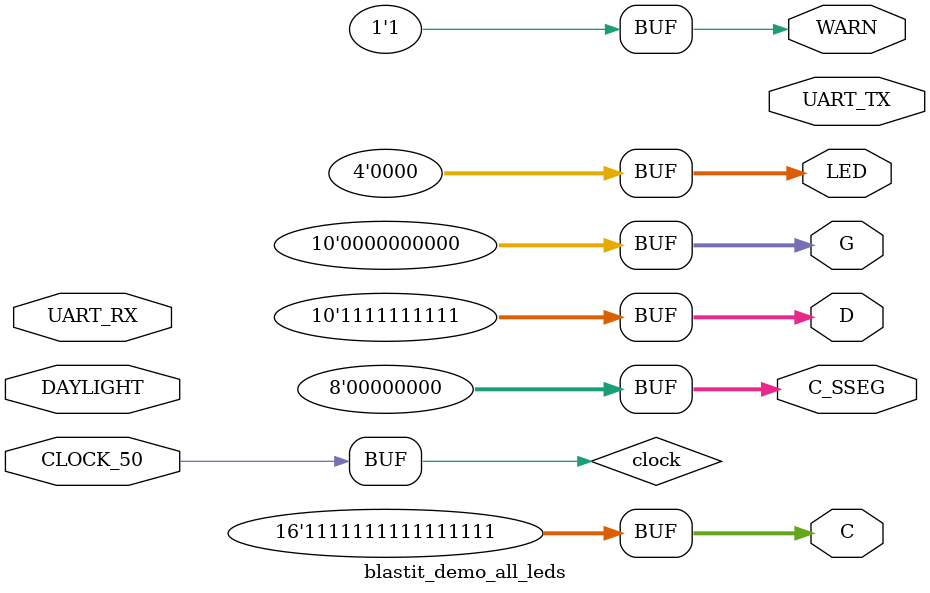
<source format=v>

module blastit_demo_all_leds
(
	//
	// 50Mhz clock signal
	//
	input wire CLOCK_50,

	//
	// Daylight operation indicator
	//
	input wire DAYLIGHT,
	
	//
	// UART RX
	//
	input wire UART_RX,
	
	//
	// Seven segment selector output
	//
	output wire[7:0] C_SSEG,
	
	//
	// Seven segment selector address input
	//
	output wire[15:0] C,
	
	//
	// Diode array address output
	//
	output wire[9:0] D,
	
	//
	// Diode array address input
	//
	output wire[9:0] G,
	
	//
	// UART TX
	// 
	output wire UART_TX,
	
	//
	// (Possibly unused) status LEDs
	//
	output wire[3:0] LED,
	
	//
	// Warning indicator
	//
	output wire WARN
);

	reg [4:0] c_sel_reg, c_sel_next;
	wire clock;
	wire c_i, g_i; // Input wires for C and G
	
	// LED bar
	assign D = 10'b1111111111;
	assign G = 10'b0000000000;
	
	// 7 segment display
	
	always @(posedge clock)
		begin
			c_sel_reg <= c_sel_next;
		end
		
	always @*
		begin
			c_sel_next = c_sel_reg + 1'b1;
		end
		
	assign C_SSEG = 8'b00000000;
	assign C = 16'b1111111111111111;
	//assign C = 16'b0000000000000000;
//	assign C = 
//	{
//		(5'd15 == c_sel_reg) ? c_i : 1'dz,
//		(5'd14 == c_sel_reg) ? c_i : 1'dz,
//		(5'd13 == c_sel_reg) ? c_i : 1'dz,
//		(5'd12 == c_sel_reg) ? c_i : 1'dz,
//		(5'd11 == c_sel_reg) ? c_i : 1'dz,
//		(5'd10 == c_sel_reg) ? c_i : 1'dz,
//		(5'd9 == c_sel_reg) ? c_i : 1'dz,
//		(5'd8 == c_sel_reg) ? c_i : 1'dz,
//		(5'd7 == c_sel_reg) ? c_i : 1'dz,
//		(5'd6 == c_sel_reg) ? c_i : 1'dz,
//		(5'd5 == c_sel_reg) ? c_i : 1'dz,
//		(5'd4 == c_sel_reg) ? c_i : 1'dz,
//		(5'd3 == c_sel_reg) ? c_i : 1'dz,
//		(5'd2 == c_sel_reg) ? c_i : 1'dz,
//		(5'd1 == c_sel_reg) ? c_i : 1'dz,
//		(5'd0 == c_sel_reg) ? c_i : 1'dz,
//	};
	
	// Misc LEDS and warning LED
	assign LED = 4'b0000;
	assign WARN = 1'b1;
	
	assign clock = CLOCK_50;

endmodule
</source>
